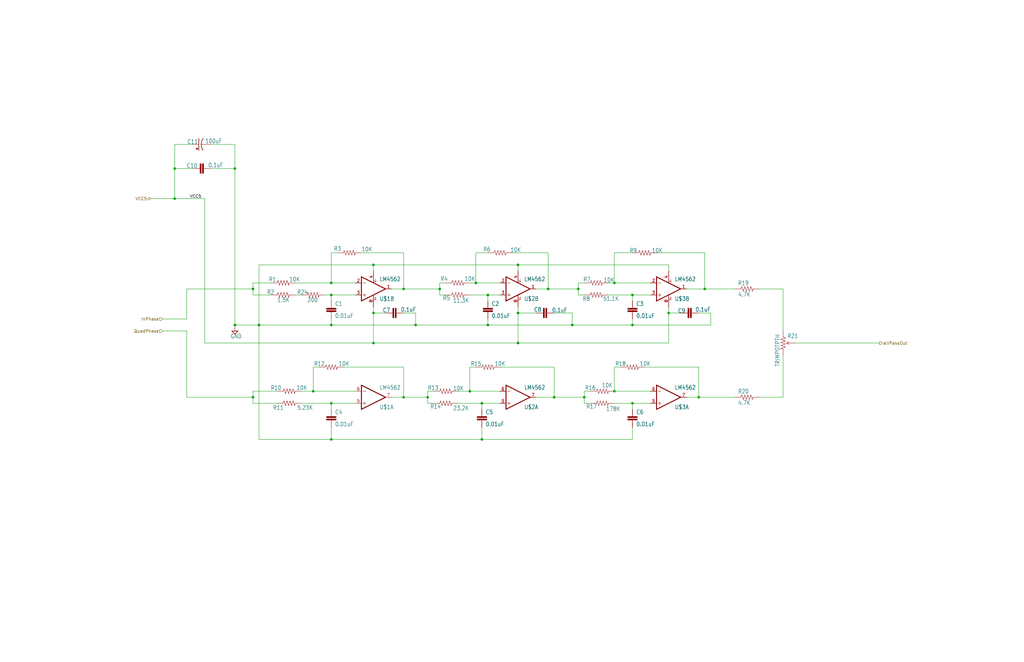
<source format=kicad_sch>
(kicad_sch (version 20230121) (generator eeschema)
  (paper "USLedger")
  (lib_symbols
    (symbol "allpass-eagle-import:CAP0603-CAP"
      (property "Reference" "C" (at 1.524 2.921 0))
      (property "Value" "CAP0603-CAP" (at 1.524 -2.159 0))
      (symbol "CAP0603-CAP_1_0"
        (rectangle (start -2.032 0.508) (end 2.032 1.016) (fill (type outline)))
        (rectangle (start -2.032 1.524) (end 2.032 2.032) (fill (type outline)))
        (polyline (pts (xy 0 0) (xy 0 0.508)) (stroke (width 0.1524)))
        (polyline (pts (xy 0 2.54) (xy 0 2.032)) (stroke (width 0.1524)))
        (pin passive line (at 0 5.08 270) (length 2.54) (name "1") (number "1"))
        (pin passive line (at 0 -2.54 90) (length 2.54) (name "2") (number "2"))
      )
    )
    (symbol "allpass-eagle-import:CAP_POLPTH1"
      (property "Reference" "C" (at 1.016 0.635 0))
      (property "Value" "CAP_POLPTH1" (at 1.016 -4.191 0))
      (symbol "CAP_POLPTH1_1_0"
        (rectangle (start -2.253 0.668) (end -1.364 0.795) (fill (type outline)))
        (rectangle (start -1.872 0.287) (end -1.745 1.176) (fill (type outline)))
        (arc (start 0 -1.0161) (mid -1.3021 -1.2302) (end -2.4669 -1.8504) (stroke (width 0.254)))
        (polyline (pts (xy -2.54 0) (xy 2.54 0)) (stroke (width 0.254)))
        (polyline (pts (xy 0 -1.016) (xy 0 -2.54)) (stroke (width 0.1524)))
        (arc (start 2.4892 -1.8542) (mid 1.3158 -1.2195) (end 0 -1) (stroke (width 0.254)))
        (pin passive line (at 0 2.54 270) (length 2.54) (name "+") (number "1"))
        (pin passive line (at 0 -5.08 90) (length 2.54) (name "-") (number "2"))
      )
    )
    (symbol "allpass-eagle-import:GND" (power)
      (property "Value" "GND" (at -1.905 -3.175 0))
      (symbol "GND_1_0"
        (polyline (pts (xy -1.27 0) (xy 1.27 0)) (stroke (width 0.254)))
        (polyline (pts (xy 0 -1.27) (xy -1.27 0)) (stroke (width 0.254)))
        (polyline (pts (xy 1.27 0) (xy 0 -1.27)) (stroke (width 0.254)))
        (pin power_in line (at 0 2.54 270) (length 2.54) (name "GND") (number "1"))
      )
    )
    (symbol "allpass-eagle-import:LM4562"
      (property "Value" "LM4562" (at 2.54 -5.08 0))
      (symbol "LM4562_1_0"
        (polyline (pts (xy -5.08 -5.08) (xy 5.08 0)) (stroke (width 0.4064)))
        (polyline (pts (xy -5.08 5.08) (xy -5.08 -5.08)) (stroke (width 0.4064)))
        (polyline (pts (xy -4.445 -2.54) (xy -3.175 -2.54)) (stroke (width 0.1524)))
        (polyline (pts (xy -4.445 2.54) (xy -3.175 2.54)) (stroke (width 0.1524)))
        (polyline (pts (xy -3.81 3.175) (xy -3.81 1.905)) (stroke (width 0.1524)))
        (polyline (pts (xy 5.08 0) (xy -5.08 5.08)) (stroke (width 0.4064)))
        (pin input line (at -7.62 2.54 0) (length 2.54) (name "+IN") (number "5"))
        (pin input line (at -7.62 -2.54 0) (length 2.54) (name "-IN") (number "6"))
        (pin output line (at 7.62 0 180) (length 2.54) (name "OUT") (number "7"))
      )
      (symbol "LM4562_2_0"
        (polyline (pts (xy -5.08 -5.08) (xy 5.08 0)) (stroke (width 0.4064)))
        (polyline (pts (xy -5.08 5.08) (xy -5.08 -5.08)) (stroke (width 0.4064)))
        (polyline (pts (xy -4.445 -2.54) (xy -3.175 -2.54)) (stroke (width 0.1524)))
        (polyline (pts (xy -4.445 2.54) (xy -3.175 2.54)) (stroke (width 0.1524)))
        (polyline (pts (xy -3.81 3.175) (xy -3.81 1.905)) (stroke (width 0.1524)))
        (polyline (pts (xy 5.08 0) (xy -5.08 5.08)) (stroke (width 0.4064)))
        (text "V+" (at 1.27 3.175 900) (effects (font (size 0.8128 0.6908)) (justify left bottom)))
        (text "V-" (at 1.27 -4.445 900) (effects (font (size 0.8128 0.6908)) (justify left bottom)))
        (pin output line (at 7.62 0 180) (length 2.54) (name "OUT") (number "1"))
        (pin input line (at -7.62 -2.54 0) (length 2.54) (name "-IN") (number "2"))
        (pin input line (at -7.62 2.54 0) (length 2.54) (name "+IN") (number "3"))
        (pin power_in line (at 0 -7.62 90) (length 5.08) (name "V-") (number "4"))
        (pin power_in line (at 0 7.62 270) (length 5.08) (name "V+") (number "8"))
      )
    )
    (symbol "allpass-eagle-import:RESISTOR0603"
      (property "Reference" "R" (at -3.81 1.4986 0))
      (property "Value" "RESISTOR0603" (at -3.81 -3.302 0))
      (symbol "RESISTOR0603_1_0"
        (polyline (pts (xy -2.54 0) (xy -2.159 1.016)) (stroke (width 0.1524)))
        (polyline (pts (xy -2.159 1.016) (xy -1.524 -1.016)) (stroke (width 0.1524)))
        (polyline (pts (xy -1.524 -1.016) (xy -0.889 1.016)) (stroke (width 0.1524)))
        (polyline (pts (xy -0.889 1.016) (xy -0.254 -1.016)) (stroke (width 0.1524)))
        (polyline (pts (xy -0.254 -1.016) (xy 0.381 1.016)) (stroke (width 0.1524)))
        (polyline (pts (xy 0.381 1.016) (xy 1.016 -1.016)) (stroke (width 0.1524)))
        (polyline (pts (xy 1.016 -1.016) (xy 1.651 1.016)) (stroke (width 0.1524)))
        (polyline (pts (xy 1.651 1.016) (xy 2.286 -1.016)) (stroke (width 0.1524)))
        (polyline (pts (xy 2.286 -1.016) (xy 2.54 0)) (stroke (width 0.1524)))
        (pin passive line (at -5.08 0 0) (length 2.54) (name "1") (number "1"))
        (pin passive line (at 5.08 0 180) (length 2.54) (name "2") (number "2"))
      )
    )
    (symbol "allpass-eagle-import:TRIMPOTPTH"
      (property "Reference" "R" (at -11.43 1.4986 0))
      (property "Value" "TRIMPOTPTH" (at -3.81 -3.302 0))
      (symbol "TRIMPOTPTH_1_0"
        (polyline (pts (xy -2.54 0) (xy -2.159 1.016)) (stroke (width 0.1524)))
        (polyline (pts (xy -2.159 1.016) (xy -1.524 -1.016)) (stroke (width 0.1524)))
        (polyline (pts (xy -1.524 -1.016) (xy -0.889 1.016)) (stroke (width 0.1524)))
        (polyline (pts (xy -0.889 1.016) (xy -0.254 -1.016)) (stroke (width 0.1524)))
        (polyline (pts (xy -0.635 2.54) (xy 0 1.524)) (stroke (width 0.1524)))
        (polyline (pts (xy -0.254 -1.016) (xy 0.381 1.016)) (stroke (width 0.1524)))
        (polyline (pts (xy 0 1.524) (xy 0.635 2.54)) (stroke (width 0.1524)))
        (polyline (pts (xy 0 2.54) (xy 0 1.524)) (stroke (width 0.1524)))
        (polyline (pts (xy 0.381 1.016) (xy 1.016 -1.016)) (stroke (width 0.1524)))
        (polyline (pts (xy 1.016 -1.016) (xy 1.651 1.016)) (stroke (width 0.1524)))
        (polyline (pts (xy 1.651 1.016) (xy 2.286 -1.016)) (stroke (width 0.1524)))
        (polyline (pts (xy 2.286 -1.016) (xy 2.54 0)) (stroke (width 0.1524)))
        (pin passive line (at -5.08 0 0) (length 2.54) (name "CCW") (number "1"))
        (pin passive line (at 0 5.08 270) (length 2.54) (name "WIPER") (number "2"))
        (pin passive line (at 5.08 0 180) (length 2.54) (name "CW") (number "3"))
      )
    )
  )
  (junction (at 170.18 121.92))
  (junction (at 106.68 167.64))
  (junction (at 175.26 137.16))
  (junction (at 243.84 121.92))
  (junction (at 218.44 144.78))
  (junction (at 200.66 119.38))
  (junction (at 259.08 119.38))
  (junction (at 218.44 111.76))
  (junction (at 203.2 185.42))
  (junction (at 266.7 170.18))
  (junction (at 99.06 71.12))
  (junction (at 139.7 124.46))
  (junction (at 99.06 137.16))
  (junction (at 180.34 167.64))
  (junction (at 132.08 165.1))
  (junction (at 185.42 121.92))
  (junction (at 231.14 121.92))
  (junction (at 157.48 132.08))
  (junction (at 139.7 119.38))
  (junction (at 246.38 167.64))
  (junction (at 157.48 111.76))
  (junction (at 241.3 137.16))
  (junction (at 73.66 83.82))
  (junction (at 139.7 137.16))
  (junction (at 170.18 167.64))
  (junction (at 218.44 132.08))
  (junction (at 281.94 132.08))
  (junction (at 297.18 121.92))
  (junction (at 106.68 121.92))
  (junction (at 109.22 137.16))
  (junction (at 205.74 124.46))
  (junction (at 205.74 137.16))
  (junction (at 139.7 185.42))
  (junction (at 259.08 165.1))
  (junction (at 139.7 170.18))
  (junction (at 294.64 167.64))
  (junction (at 233.68 167.64))
  (junction (at 266.7 137.16))
  (junction (at 266.7 124.46))
  (junction (at 198.12 165.1))
  (junction (at 157.48 144.78))
  (junction (at 203.2 170.18))
  (junction (at 73.66 71.12))
  (wire (pts (xy 259.08 165.1) (xy 274.32 165.1)))
  (wire (pts (xy 210.82 154.94) (xy 233.68 154.94)))
  (wire (pts (xy 256.54 124.46) (xy 266.7 124.46)))
  (wire (pts (xy 139.7 124.46) (xy 149.86 124.46)))
  (wire (pts (xy 203.2 172.72) (xy 203.2 170.18)))
  (wire (pts (xy 266.7 185.42) (xy 203.2 185.42)))
  (wire (pts (xy 320.04 167.64) (xy 330.2 167.64)))
  (wire (pts (xy 81.28 71.12) (xy 73.66 71.12)))
  (wire (pts (xy 266.7 124.46) (xy 274.32 124.46)))
  (wire (pts (xy 218.44 111.76) (xy 157.48 111.76)))
  (wire (pts (xy 134.62 154.94) (xy 132.08 154.94)))
  (wire (pts (xy 180.34 165.1) (xy 180.34 167.64)))
  (wire (pts (xy 259.08 106.68) (xy 259.08 119.38)))
  (wire (pts (xy 106.68 165.1) (xy 106.68 167.64)))
  (wire (pts (xy 157.48 129.54) (xy 157.48 132.08)))
  (wire (pts (xy 170.18 121.92) (xy 165.1 121.92)))
  (wire (pts (xy 157.48 132.08) (xy 157.48 144.78)))
  (wire (pts (xy 320.04 121.92) (xy 330.2 121.92)))
  (wire (pts (xy 144.78 154.94) (xy 170.18 154.94)))
  (wire (pts (xy 106.68 170.18) (xy 116.84 170.18)))
  (wire (pts (xy 124.46 124.46) (xy 127 124.46)))
  (wire (pts (xy 86.36 83.82) (xy 86.36 144.78)))
  (wire (pts (xy 114.3 119.38) (xy 106.68 119.38)))
  (wire (pts (xy 68.58 134.62) (xy 78.74 134.62)))
  (wire (pts (xy 205.74 127) (xy 205.74 124.46)))
  (wire (pts (xy 170.18 106.68) (xy 170.18 121.92)))
  (wire (pts (xy 266.7 170.18) (xy 274.32 170.18)))
  (wire (pts (xy 294.64 132.08) (xy 299.72 132.08)))
  (wire (pts (xy 246.38 167.64) (xy 246.38 170.18)))
  (wire (pts (xy 109.22 111.76) (xy 109.22 137.16)))
  (wire (pts (xy 73.66 71.12) (xy 73.66 83.82)))
  (wire (pts (xy 132.08 154.94) (xy 132.08 165.1)))
  (wire (pts (xy 78.74 167.64) (xy 106.68 167.64)))
  (wire (pts (xy 297.18 121.92) (xy 309.88 121.92)))
  (wire (pts (xy 248.92 165.1) (xy 246.38 165.1)))
  (wire (pts (xy 162.56 132.08) (xy 157.48 132.08)))
  (wire (pts (xy 139.7 106.68) (xy 139.7 119.38)))
  (wire (pts (xy 335.28 144.78) (xy 370.84 144.78)))
  (wire (pts (xy 109.22 137.16) (xy 99.06 137.16)))
  (wire (pts (xy 259.08 154.94) (xy 259.08 165.1)))
  (wire (pts (xy 139.7 127) (xy 139.7 124.46)))
  (wire (pts (xy 180.34 170.18) (xy 182.88 170.18)))
  (wire (pts (xy 198.12 119.38) (xy 200.66 119.38)))
  (wire (pts (xy 243.84 121.92) (xy 243.84 124.46)))
  (wire (pts (xy 139.7 137.16) (xy 175.26 137.16)))
  (wire (pts (xy 139.7 134.62) (xy 139.7 137.16)))
  (wire (pts (xy 170.18 121.92) (xy 185.42 121.92)))
  (wire (pts (xy 233.68 154.94) (xy 233.68 167.64)))
  (wire (pts (xy 106.68 167.64) (xy 106.68 170.18)))
  (wire (pts (xy 266.7 127) (xy 266.7 124.46)))
  (wire (pts (xy 185.42 121.92) (xy 185.42 124.46)))
  (wire (pts (xy 139.7 185.42) (xy 109.22 185.42)))
  (wire (pts (xy 205.74 106.68) (xy 200.66 106.68)))
  (wire (pts (xy 205.74 137.16) (xy 241.3 137.16)))
  (wire (pts (xy 109.22 185.42) (xy 109.22 137.16)))
  (wire (pts (xy 99.06 71.12) (xy 99.06 137.16)))
  (wire (pts (xy 88.9 60.96) (xy 99.06 60.96)))
  (wire (pts (xy 200.66 154.94) (xy 198.12 154.94)))
  (wire (pts (xy 299.72 137.16) (xy 266.7 137.16)))
  (wire (pts (xy 73.66 83.82) (xy 86.36 83.82)))
  (wire (pts (xy 106.68 124.46) (xy 114.3 124.46)))
  (wire (pts (xy 157.48 144.78) (xy 86.36 144.78)))
  (wire (pts (xy 68.58 139.7) (xy 78.74 139.7)))
  (wire (pts (xy 218.44 114.3) (xy 218.44 111.76)))
  (wire (pts (xy 116.84 165.1) (xy 106.68 165.1)))
  (wire (pts (xy 106.68 119.38) (xy 106.68 121.92)))
  (wire (pts (xy 106.68 121.92) (xy 106.68 124.46)))
  (wire (pts (xy 231.14 106.68) (xy 231.14 121.92)))
  (wire (pts (xy 180.34 167.64) (xy 180.34 170.18)))
  (wire (pts (xy 200.66 106.68) (xy 200.66 119.38)))
  (wire (pts (xy 266.7 180.34) (xy 266.7 185.42)))
  (wire (pts (xy 233.68 167.64) (xy 246.38 167.64)))
  (wire (pts (xy 281.94 144.78) (xy 218.44 144.78)))
  (wire (pts (xy 124.46 119.38) (xy 139.7 119.38)))
  (wire (pts (xy 182.88 165.1) (xy 180.34 165.1)))
  (wire (pts (xy 139.7 185.42) (xy 139.7 180.34)))
  (wire (pts (xy 233.68 132.08) (xy 241.3 132.08)))
  (wire (pts (xy 259.08 170.18) (xy 266.7 170.18)))
  (wire (pts (xy 294.64 167.64) (xy 289.56 167.64)))
  (wire (pts (xy 81.28 60.96) (xy 73.66 60.96)))
  (wire (pts (xy 139.7 170.18) (xy 149.86 170.18)))
  (wire (pts (xy 294.64 154.94) (xy 294.64 167.64)))
  (wire (pts (xy 218.44 144.78) (xy 157.48 144.78)))
  (wire (pts (xy 127 170.18) (xy 139.7 170.18)))
  (wire (pts (xy 241.3 132.08) (xy 241.3 137.16)))
  (wire (pts (xy 139.7 119.38) (xy 149.86 119.38)))
  (wire (pts (xy 271.78 154.94) (xy 294.64 154.94)))
  (wire (pts (xy 266.7 172.72) (xy 266.7 170.18)))
  (wire (pts (xy 205.74 124.46) (xy 210.82 124.46)))
  (wire (pts (xy 132.08 165.1) (xy 149.86 165.1)))
  (wire (pts (xy 142.24 106.68) (xy 139.7 106.68)))
  (wire (pts (xy 203.2 170.18) (xy 210.82 170.18)))
  (wire (pts (xy 185.42 124.46) (xy 187.96 124.46)))
  (wire (pts (xy 152.4 106.68) (xy 170.18 106.68)))
  (wire (pts (xy 294.64 167.64) (xy 309.88 167.64)))
  (wire (pts (xy 170.18 154.94) (xy 170.18 167.64)))
  (wire (pts (xy 218.44 129.54) (xy 218.44 132.08)))
  (wire (pts (xy 99.06 60.96) (xy 99.06 71.12)))
  (wire (pts (xy 299.72 132.08) (xy 299.72 137.16)))
  (wire (pts (xy 170.18 132.08) (xy 175.26 132.08)))
  (wire (pts (xy 78.74 134.62) (xy 78.74 121.92)))
  (wire (pts (xy 78.74 121.92) (xy 106.68 121.92)))
  (wire (pts (xy 246.38 165.1) (xy 246.38 167.64)))
  (wire (pts (xy 243.84 124.46) (xy 246.38 124.46)))
  (wire (pts (xy 203.2 185.42) (xy 139.7 185.42)))
  (wire (pts (xy 193.04 165.1) (xy 198.12 165.1)))
  (wire (pts (xy 231.14 121.92) (xy 226.06 121.92)))
  (wire (pts (xy 193.04 170.18) (xy 203.2 170.18)))
  (wire (pts (xy 170.18 167.64) (xy 180.34 167.64)))
  (wire (pts (xy 157.48 114.3) (xy 157.48 111.76)))
  (wire (pts (xy 73.66 60.96) (xy 73.66 71.12)))
  (wire (pts (xy 276.86 106.68) (xy 297.18 106.68)))
  (wire (pts (xy 261.62 154.94) (xy 259.08 154.94)))
  (wire (pts (xy 127 165.1) (xy 132.08 165.1)))
  (wire (pts (xy 266.7 137.16) (xy 266.7 134.62)))
  (wire (pts (xy 157.48 111.76) (xy 109.22 111.76)))
  (wire (pts (xy 198.12 154.94) (xy 198.12 165.1)))
  (wire (pts (xy 330.2 121.92) (xy 330.2 139.7)))
  (wire (pts (xy 139.7 172.72) (xy 139.7 170.18)))
  (wire (pts (xy 226.06 132.08) (xy 218.44 132.08)))
  (wire (pts (xy 330.2 167.64) (xy 330.2 149.86)))
  (wire (pts (xy 203.2 180.34) (xy 203.2 185.42)))
  (wire (pts (xy 246.38 170.18) (xy 248.92 170.18)))
  (wire (pts (xy 175.26 137.16) (xy 205.74 137.16)))
  (wire (pts (xy 281.94 114.3) (xy 281.94 111.76)))
  (wire (pts (xy 218.44 132.08) (xy 218.44 144.78)))
  (wire (pts (xy 281.94 129.54) (xy 281.94 132.08)))
  (wire (pts (xy 78.74 139.7) (xy 78.74 167.64)))
  (wire (pts (xy 259.08 119.38) (xy 274.32 119.38)))
  (wire (pts (xy 231.14 121.92) (xy 243.84 121.92)))
  (wire (pts (xy 63.5 83.82) (xy 73.66 83.82)))
  (wire (pts (xy 205.74 137.16) (xy 205.74 134.62)))
  (wire (pts (xy 297.18 106.68) (xy 297.18 121.92)))
  (wire (pts (xy 139.7 137.16) (xy 109.22 137.16)))
  (wire (pts (xy 281.94 111.76) (xy 218.44 111.76)))
  (wire (pts (xy 233.68 167.64) (xy 226.06 167.64)))
  (wire (pts (xy 198.12 165.1) (xy 210.82 165.1)))
  (wire (pts (xy 246.38 119.38) (xy 243.84 119.38)))
  (wire (pts (xy 198.12 124.46) (xy 205.74 124.46)))
  (wire (pts (xy 187.96 119.38) (xy 185.42 119.38)))
  (wire (pts (xy 88.9 71.12) (xy 99.06 71.12)))
  (wire (pts (xy 170.18 167.64) (xy 165.1 167.64)))
  (wire (pts (xy 243.84 119.38) (xy 243.84 121.92)))
  (wire (pts (xy 200.66 119.38) (xy 210.82 119.38)))
  (wire (pts (xy 297.18 121.92) (xy 289.56 121.92)))
  (wire (pts (xy 185.42 119.38) (xy 185.42 121.92)))
  (wire (pts (xy 175.26 132.08) (xy 175.26 137.16)))
  (wire (pts (xy 256.54 119.38) (xy 259.08 119.38)))
  (wire (pts (xy 287.02 132.08) (xy 281.94 132.08)))
  (wire (pts (xy 137.16 124.46) (xy 139.7 124.46)))
  (wire (pts (xy 281.94 132.08) (xy 281.94 144.78)))
  (wire (pts (xy 241.3 137.16) (xy 266.7 137.16)))
  (wire (pts (xy 215.9 106.68) (xy 231.14 106.68)))
  (wire (pts (xy 266.7 106.68) (xy 259.08 106.68)))
  (label "VCC5" (at 80.01 83.82 0) (effects (font (size 1.2446 1.2446))))
  (hierarchical_label "VCC5" (shape bidirectional) (at 63.5 83.82 180))
  (hierarchical_label "QuadPhase" (shape input) (at 68.58 139.7 180))
  (hierarchical_label "InPhase" (shape input) (at 68.58 134.62 180))
  (hierarchical_label "allPassOut" (shape output) (at 370.84 144.78 0))
  (symbol (lib_id "allpass-eagle-import:LM4562") (at 281.94 121.92 0) (mirror x) (unit 2)
    (property "Reference" "U$3" (at 284.48 125.095 0) (effects (font (size 1.778 1.5113)) (justify left bottom)))
    (property "Value" "LM4562" (at 284.48 116.84 0) (effects (font (size 1.778 1.5113)) (justify left bottom)))
    (property "Footprint" "allpass:SOIC8" (effects hide))
  )
  (symbol (lib_id "allpass-eagle-import:CAP0603-CAP") (at 205.74 132.08 0) (unit 1)
    (property "Reference" "C2" (at 207.264 129.159 0) (effects (font (size 1.778 1.5113)) (justify left bottom)))
    (property "Value" "0.01uF" (at 207.264 134.239 0) (effects (font (size 1.778 1.5113)) (justify left bottom)))
    (property "Footprint" "allpass:0603-CAP" (effects hide))
  )
  (symbol (lib_id "allpass-eagle-import:RESISTOR0603") (at 251.46 119.38 0) (unit 1)
    (property "Reference" "R7" (at 245.872 118.8974 0) (effects (font (size 1.778 1.5113)) (justify left bottom)))
    (property "Value" "10K" (at 254.508 119.126 0) (effects (font (size 1.778 1.5113)) (justify left bottom)))
    (property "Footprint" "allpass:0603-RES" (effects hide))
  )
  (symbol (lib_id "allpass-eagle-import:RESISTOR0603") (at 254 165.1 0) (unit 1)
    (property "Reference" "R16" (at 246.634 164.6174 0) (effects (font (size 1.778 1.5113)) (justify left bottom)))
    (property "Value" "10K" (at 253.746 163.576 0) (effects (font (size 1.778 1.5113)) (justify left bottom)))
    (property "Footprint" "allpass:0603-RES" (effects hide))
  )
  (symbol (lib_id "allpass-eagle-import:TRIMPOTPTH") (at 330.2 144.78 270) (unit 1)
    (property "Reference" "R21" (at 331.978 142.7734 90) (effects (font (size 1.778 1.5113)) (justify left bottom)))
    (property "Value" "TRIMPOTPTH" (at 326.898 140.97 0) (effects (font (size 1.778 1.5113)) (justify left bottom)))
    (property "Footprint" "allpass:TRIM_POT_PTH" (effects hide))
  )
  (symbol (lib_id "allpass-eagle-import:RESISTOR0603") (at 119.38 119.38 0) (unit 1)
    (property "Reference" "R1" (at 113.284 118.8974 0) (effects (font (size 1.778 1.5113)) (justify left bottom)))
    (property "Value" "10K" (at 121.92 118.872 0) (effects (font (size 1.778 1.5113)) (justify left bottom)))
    (property "Footprint" "allpass:0603-RES" (effects hide))
  )
  (symbol (lib_id "allpass-eagle-import:RESISTOR0603") (at 147.32 106.68 0) (unit 1)
    (property "Reference" "R3" (at 140.716 105.9434 0) (effects (font (size 1.778 1.5113)) (justify left bottom)))
    (property "Value" "10K" (at 152.4 106.172 0) (effects (font (size 1.778 1.5113)) (justify left bottom)))
    (property "Footprint" "allpass:0603-RES" (effects hide))
  )
  (symbol (lib_id "allpass-eagle-import:RESISTOR0603") (at 205.74 154.94 0) (unit 1)
    (property "Reference" "R15" (at 198.374 154.4574 0) (effects (font (size 1.778 1.5113)) (justify left bottom)))
    (property "Value" "10K" (at 208.534 154.432 0) (effects (font (size 1.778 1.5113)) (justify left bottom)))
    (property "Footprint" "allpass:0603-RES" (effects hide))
  )
  (symbol (lib_id "allpass-eagle-import:LM4562") (at 157.48 121.92 0) (mirror x) (unit 2)
    (property "Reference" "U$1" (at 160.02 125.095 0) (effects (font (size 1.778 1.5113)) (justify left bottom)))
    (property "Value" "LM4562" (at 160.02 116.84 0) (effects (font (size 1.778 1.5113)) (justify left bottom)))
    (property "Footprint" "allpass:SOIC8" (effects hide))
  )
  (symbol (lib_id "allpass-eagle-import:CAP0603-CAP") (at 167.64 132.08 90) (unit 1)
    (property "Reference" "C7" (at 164.592 129.921 90) (effects (font (size 1.778 1.5113)) (justify left bottom)))
    (property "Value" "0.1uF" (at 175.514 129.667 90) (effects (font (size 1.778 1.5113)) (justify left bottom)))
    (property "Footprint" "allpass:0603-CAP" (effects hide))
  )
  (symbol (lib_id "allpass-eagle-import:RESISTOR0603") (at 139.7 154.94 0) (unit 1)
    (property "Reference" "R12" (at 132.334 154.4574 0) (effects (font (size 1.778 1.5113)) (justify left bottom)))
    (property "Value" "10K" (at 142.748 154.432 0) (effects (font (size 1.778 1.5113)) (justify left bottom)))
    (property "Footprint" "allpass:0603-RES" (effects hide))
  )
  (symbol (lib_id "allpass-eagle-import:RESISTOR0603") (at 119.38 124.46 0) (unit 1)
    (property "Reference" "R2" (at 112.522 124.2314 0) (effects (font (size 1.778 1.5113)) (justify left bottom)))
    (property "Value" "1.5K" (at 116.84 127.508 0) (effects (font (size 1.778 1.5113)) (justify left bottom)))
    (property "Footprint" "allpass:0603-RES" (effects hide))
  )
  (symbol (lib_id "allpass-eagle-import:CAP0603-CAP") (at 203.2 177.8 0) (unit 1)
    (property "Reference" "C5" (at 204.724 174.879 0) (effects (font (size 1.778 1.5113)) (justify left bottom)))
    (property "Value" "0.01uF" (at 204.724 179.959 0) (effects (font (size 1.778 1.5113)) (justify left bottom)))
    (property "Footprint" "allpass:0603-CAP" (effects hide))
  )
  (symbol (lib_id "allpass-eagle-import:LM4562") (at 281.94 167.64 0) (mirror x) (unit 1)
    (property "Reference" "U$3" (at 284.48 170.815 0) (effects (font (size 1.778 1.5113)) (justify left bottom)))
    (property "Value" "LM4562" (at 284.48 162.56 0) (effects (font (size 1.778 1.5113)) (justify left bottom)))
    (property "Footprint" "allpass:SOIC8" (effects hide))
  )
  (symbol (lib_id "allpass-eagle-import:CAP_POLPTH1") (at 83.82 60.96 90) (unit 1)
    (property "Reference" "C11" (at 83.566 58.801 90) (effects (font (size 1.778 1.5113)) (justify left bottom)))
    (property "Value" "100uF" (at 93.726 58.547 90) (effects (font (size 1.778 1.5113)) (justify left bottom)))
    (property "Footprint" "allpass:CPOL-RADIAL-100UF-25V" (effects hide))
  )
  (symbol (lib_id "allpass-eagle-import:CAP0603-CAP") (at 139.7 132.08 0) (unit 1)
    (property "Reference" "C1" (at 141.224 129.159 0) (effects (font (size 1.778 1.5113)) (justify left bottom)))
    (property "Value" "0.01uF" (at 141.224 134.239 0) (effects (font (size 1.778 1.5113)) (justify left bottom)))
    (property "Footprint" "allpass:0603-CAP" (effects hide))
  )
  (symbol (lib_id "allpass-eagle-import:RESISTOR0603") (at 251.46 124.46 0) (unit 1)
    (property "Reference" "R8" (at 245.618 127.0254 0) (effects (font (size 1.778 1.5113)) (justify left bottom)))
    (property "Value" "51.1K" (at 254.254 127 0) (effects (font (size 1.778 1.5113)) (justify left bottom)))
    (property "Footprint" "allpass:0603-RES" (effects hide))
  )
  (symbol (lib_id "allpass-eagle-import:GND") (at 99.06 139.7 0) (unit 1)
    (property "Reference" "#SUPPLY1" (effects hide))
    (property "Value" "GND" (at 97.155 142.875 0) (effects (font (size 1.778 1.5113)) (justify left bottom)))
    (property "Footprint" "allpass:" (effects hide))
  )
  (symbol (lib_id "allpass-eagle-import:RESISTOR0603") (at 121.92 165.1 0) (unit 1)
    (property "Reference" "R10" (at 114.046 164.6174 0) (effects (font (size 1.778 1.5113)) (justify left bottom)))
    (property "Value" "10K" (at 124.968 164.592 0) (effects (font (size 1.778 1.5113)) (justify left bottom)))
    (property "Footprint" "allpass:0603-RES" (effects hide))
  )
  (symbol (lib_id "allpass-eagle-import:RESISTOR0603") (at 187.96 165.1 0) (unit 1)
    (property "Reference" "R13" (at 180.34 164.6174 0) (effects (font (size 1.778 1.5113)) (justify left bottom)))
    (property "Value" "10K" (at 191.008 164.846 0) (effects (font (size 1.778 1.5113)) (justify left bottom)))
    (property "Footprint" "allpass:0603-RES" (effects hide))
  )
  (symbol (lib_id "allpass-eagle-import:CAP0603-CAP") (at 86.36 71.12 90) (unit 1)
    (property "Reference" "C10" (at 83.312 68.961 90) (effects (font (size 1.778 1.5113)) (justify left bottom)))
    (property "Value" "0.1uF" (at 94.234 68.707 90) (effects (font (size 1.778 1.5113)) (justify left bottom)))
    (property "Footprint" "allpass:0603-CAP" (effects hide))
  )
  (symbol (lib_id "allpass-eagle-import:CAP0603-CAP") (at 266.7 177.8 0) (unit 1)
    (property "Reference" "C6" (at 268.224 174.879 0) (effects (font (size 1.778 1.5113)) (justify left bottom)))
    (property "Value" "0.01uF" (at 268.224 179.959 0) (effects (font (size 1.778 1.5113)) (justify left bottom)))
    (property "Footprint" "allpass:0603-CAP" (effects hide))
  )
  (symbol (lib_id "allpass-eagle-import:RESISTOR0603") (at 187.96 170.18 0) (unit 1)
    (property "Reference" "R14" (at 181.356 172.4914 0) (effects (font (size 1.778 1.5113)) (justify left bottom)))
    (property "Value" "23.2K" (at 191.008 173.228 0) (effects (font (size 1.778 1.5113)) (justify left bottom)))
    (property "Footprint" "allpass:0603-RES" (effects hide))
  )
  (symbol (lib_id "allpass-eagle-import:RESISTOR0603") (at 271.78 106.68 0) (unit 1)
    (property "Reference" "R9" (at 265.43 106.7054 0) (effects (font (size 1.778 1.5113)) (justify left bottom)))
    (property "Value" "10K" (at 274.828 106.68 0) (effects (font (size 1.778 1.5113)) (justify left bottom)))
    (property "Footprint" "allpass:0603-RES" (effects hide))
  )
  (symbol (lib_id "allpass-eagle-import:CAP0603-CAP") (at 139.7 177.8 0) (unit 1)
    (property "Reference" "C4" (at 141.224 174.879 0) (effects (font (size 1.778 1.5113)) (justify left bottom)))
    (property "Value" "0.01uF" (at 141.224 179.959 0) (effects (font (size 1.778 1.5113)) (justify left bottom)))
    (property "Footprint" "allpass:0603-CAP" (effects hide))
  )
  (symbol (lib_id "allpass-eagle-import:RESISTOR0603") (at 314.96 167.64 0) (unit 1)
    (property "Reference" "R20" (at 311.15 166.1414 0) (effects (font (size 1.778 1.5113)) (justify left bottom)))
    (property "Value" "4.7K" (at 311.15 170.942 0) (effects (font (size 1.778 1.5113)) (justify left bottom)))
    (property "Footprint" "allpass:0603-RES" (effects hide))
  )
  (symbol (lib_id "allpass-eagle-import:RESISTOR0603") (at 314.96 121.92 0) (unit 1)
    (property "Reference" "R19" (at 311.15 120.4214 0) (effects (font (size 1.778 1.5113)) (justify left bottom)))
    (property "Value" "4.7K" (at 311.15 125.222 0) (effects (font (size 1.778 1.5113)) (justify left bottom)))
    (property "Footprint" "allpass:0603-RES" (effects hide))
  )
  (symbol (lib_id "allpass-eagle-import:RESISTOR0603") (at 193.04 119.38 0) (unit 1)
    (property "Reference" "R4" (at 185.674 118.6434 0) (effects (font (size 1.778 1.5113)) (justify left bottom)))
    (property "Value" "10K" (at 195.834 118.618 0) (effects (font (size 1.778 1.5113)) (justify left bottom)))
    (property "Footprint" "allpass:0603-RES" (effects hide))
  )
  (symbol (lib_id "allpass-eagle-import:LM4562") (at 157.48 167.64 0) (mirror x) (unit 1)
    (property "Reference" "U$1" (at 160.02 170.815 0) (effects (font (size 1.778 1.5113)) (justify left bottom)))
    (property "Value" "LM4562" (at 160.02 162.56 0) (effects (font (size 1.778 1.5113)) (justify left bottom)))
    (property "Footprint" "allpass:SOIC8" (effects hide))
  )
  (symbol (lib_id "allpass-eagle-import:RESISTOR0603") (at 193.04 124.46 0) (unit 1)
    (property "Reference" "R5" (at 186.69 126.7714 0) (effects (font (size 1.778 1.5113)) (justify left bottom)))
    (property "Value" "11.3K" (at 191.008 127.762 0) (effects (font (size 1.778 1.5113)) (justify left bottom)))
    (property "Footprint" "allpass:0603-RES" (effects hide))
  )
  (symbol (lib_id "allpass-eagle-import:CAP0603-CAP") (at 292.1 132.08 90) (unit 1)
    (property "Reference" "C9" (at 289.052 130.175 90) (effects (font (size 1.778 1.5113)) (justify left bottom)))
    (property "Value" "0.1uF" (at 299.72 129.667 90) (effects (font (size 1.778 1.5113)) (justify left bottom)))
    (property "Footprint" "allpass:0603-CAP" (effects hide))
  )
  (symbol (lib_id "allpass-eagle-import:LM4562") (at 218.44 121.92 0) (mirror x) (unit 2)
    (property "Reference" "U$2" (at 220.98 125.095 0) (effects (font (size 1.778 1.5113)) (justify left bottom)))
    (property "Value" "LM4562" (at 220.98 116.84 0) (effects (font (size 1.778 1.5113)) (justify left bottom)))
    (property "Footprint" "allpass:SOIC8" (effects hide))
  )
  (symbol (lib_id "allpass-eagle-import:RESISTOR0603") (at 254 170.18 0) (unit 1)
    (property "Reference" "R17" (at 247.142 172.4914 0) (effects (font (size 1.778 1.5113)) (justify left bottom)))
    (property "Value" "178K" (at 255.524 173.482 0) (effects (font (size 1.778 1.5113)) (justify left bottom)))
    (property "Footprint" "allpass:0603-RES" (effects hide))
  )
  (symbol (lib_id "allpass-eagle-import:LM4562") (at 218.44 167.64 0) (mirror x) (unit 1)
    (property "Reference" "U$2" (at 220.98 170.815 0) (effects (font (size 1.778 1.5113)) (justify left bottom)))
    (property "Value" "LM4562" (at 220.98 162.56 0) (effects (font (size 1.778 1.5113)) (justify left bottom)))
    (property "Footprint" "allpass:SOIC8" (effects hide))
  )
  (symbol (lib_id "allpass-eagle-import:RESISTOR0603") (at 132.08 124.46 0) (unit 1)
    (property "Reference" "R24" (at 125.222 124.2314 0) (effects (font (size 1.778 1.5113)) (justify left bottom)))
    (property "Value" "200" (at 129.54 127.508 0) (effects (font (size 1.778 1.5113)) (justify left bottom)))
    (property "Footprint" "allpass:0603-RES" (effects hide))
  )
  (symbol (lib_id "allpass-eagle-import:RESISTOR0603") (at 210.82 106.68 0) (unit 1)
    (property "Reference" "R6" (at 203.708 106.1974 0) (effects (font (size 1.778 1.5113)) (justify left bottom)))
    (property "Value" "10K" (at 215.138 106.426 0) (effects (font (size 1.778 1.5113)) (justify left bottom)))
    (property "Footprint" "allpass:0603-RES" (effects hide))
  )
  (symbol (lib_id "allpass-eagle-import:RESISTOR0603") (at 266.7 154.94 0) (unit 1)
    (property "Reference" "R18" (at 259.334 154.4574 0) (effects (font (size 1.778 1.5113)) (justify left bottom)))
    (property "Value" "10K" (at 269.748 154.432 0) (effects (font (size 1.778 1.5113)) (justify left bottom)))
    (property "Footprint" "allpass:0603-RES" (effects hide))
  )
  (symbol (lib_id "allpass-eagle-import:RESISTOR0603") (at 121.92 170.18 0) (unit 1)
    (property "Reference" "R11" (at 115.062 172.9994 0) (effects (font (size 1.778 1.5113)) (justify left bottom)))
    (property "Value" "5.23K" (at 125.222 172.974 0) (effects (font (size 1.778 1.5113)) (justify left bottom)))
    (property "Footprint" "allpass:0603-RES" (effects hide))
  )
  (symbol (lib_id "allpass-eagle-import:CAP0603-CAP") (at 266.7 132.08 0) (unit 1)
    (property "Reference" "C3" (at 268.224 129.159 0) (effects (font (size 1.778 1.5113)) (justify left bottom)))
    (property "Value" "0.01uF" (at 268.224 134.239 0) (effects (font (size 1.778 1.5113)) (justify left bottom)))
    (property "Footprint" "allpass:0603-CAP" (effects hide))
  )
  (symbol (lib_id "allpass-eagle-import:CAP0603-CAP") (at 231.14 132.08 90) (unit 1)
    (property "Reference" "C8" (at 228.346 129.667 90) (effects (font (size 1.778 1.5113)) (justify left bottom)))
    (property "Value" "0.1uF" (at 239.268 129.921 90) (effects (font (size 1.778 1.5113)) (justify left bottom)))
    (property "Footprint" "allpass:0603-CAP" (effects hide))
  )
)
</source>
